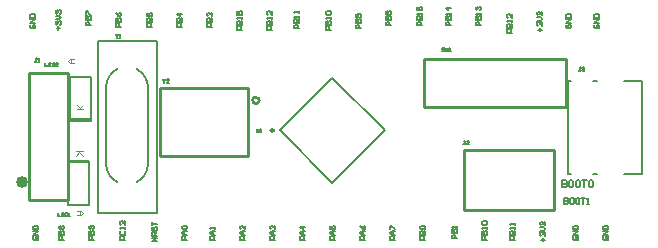
<source format=gto>
G04*
G04 #@! TF.GenerationSoftware,Altium Limited,Altium Designer,22.10.1 (41)*
G04*
G04 Layer_Color=65535*
%FSLAX25Y25*%
%MOIN*%
G70*
G04*
G04 #@! TF.SameCoordinates,E3A0FBDB-8A8B-4B96-B359-3B6F4FC795B9*
G04*
G04*
G04 #@! TF.FilePolarity,Positive*
G04*
G01*
G75*
%ADD10C,0.00984*%
%ADD11C,0.01000*%
%ADD12C,0.00500*%
%ADD13C,0.04000*%
%ADD14C,0.00787*%
%ADD15C,0.00512*%
%ADD16C,0.00591*%
%ADD17C,0.00598*%
%ADD18C,0.00600*%
%ADD19C,0.00400*%
%ADD20R,0.07000X0.01000*%
D10*
X86948Y44000D02*
G03*
X86948Y44000I-492J0D01*
G01*
D11*
X82118Y54000D02*
G03*
X82118Y54000I-1118J0D01*
G01*
X150500Y17500D02*
X180500D01*
Y37500D01*
X150500D02*
X180500D01*
X150500Y17500D02*
Y37500D01*
X137146Y67874D02*
X184390D01*
Y51900D02*
Y67874D01*
X137146Y51900D02*
X184390D01*
X137146D02*
Y67874D01*
X78500Y35500D02*
Y58000D01*
X49000D02*
X78500D01*
X49000Y35500D02*
Y58000D01*
Y35500D02*
X78500D01*
X5400Y23900D02*
Y63000D01*
Y20900D02*
Y23900D01*
Y20900D02*
X18400D01*
Y63000D01*
X5400D02*
X18400D01*
D12*
X41248Y26736D02*
G03*
X45000Y32937I-3248J6201D01*
G01*
X31000D02*
G03*
X34752Y26736I7000J0D01*
G01*
X45000Y58237D02*
G03*
X41248Y64438I-7000J0D01*
G01*
X34752D02*
G03*
X31000Y58237I3248J-6201D01*
G01*
X18500Y19209D02*
Y33825D01*
Y19209D02*
X25500D01*
Y33825D01*
X18500D02*
X25500D01*
X184945Y29449D02*
X185900D01*
X184945Y60551D02*
X185900D01*
X184945Y29449D02*
Y60551D01*
X193200D02*
X194600D01*
X193300Y29449D02*
X194700D01*
X203531Y60551D02*
X209531D01*
X203531Y29449D02*
X209531D01*
Y60551D01*
X30964Y32901D02*
X30964Y58437D01*
X45000Y32937D02*
Y58437D01*
X28400Y73937D02*
X48100D01*
X28400Y16437D02*
Y73937D01*
Y16437D02*
X48100Y16437D01*
Y73937D01*
X26000Y47175D02*
Y61791D01*
X19000D02*
X26000D01*
X19000Y47175D02*
Y61791D01*
Y47175D02*
X26000D01*
D13*
X2900Y26800D02*
D03*
D14*
X88961Y44000D02*
X106500Y61539D01*
X124039Y44000D01*
X106500Y26461D02*
X124039Y44000D01*
X88961D02*
X106500Y26461D01*
D15*
X194012Y79193D02*
X193717Y78897D01*
Y78307D01*
X194012Y78012D01*
X195193D01*
X195488Y78307D01*
Y78897D01*
X195193Y79193D01*
X194603D01*
Y78602D01*
X195488Y79783D02*
X193717D01*
X195488Y80964D01*
X193717D01*
Y81554D02*
X195488D01*
Y82440D01*
X195193Y82735D01*
X194012D01*
X193717Y82440D01*
Y81554D01*
X184512Y79193D02*
X184217Y78897D01*
Y78307D01*
X184512Y78012D01*
X185693D01*
X185988Y78307D01*
Y78897D01*
X185693Y79193D01*
X185103D01*
Y78602D01*
X185988Y79783D02*
X184217D01*
X185988Y80964D01*
X184217D01*
Y81554D02*
X185988D01*
Y82440D01*
X185693Y82735D01*
X184512D01*
X184217Y82440D01*
Y81554D01*
X175603Y77012D02*
Y78193D01*
X175012Y77602D02*
X176193D01*
X175012Y78783D02*
X174717Y79078D01*
Y79668D01*
X175012Y79964D01*
X175308D01*
X175603Y79668D01*
Y79373D01*
Y79668D01*
X175898Y79964D01*
X176193D01*
X176488Y79668D01*
Y79078D01*
X176193Y78783D01*
X174717Y80554D02*
X175898D01*
X176488Y81144D01*
X175898Y81735D01*
X174717D01*
X175012Y82325D02*
X174717Y82620D01*
Y83211D01*
X175012Y83506D01*
X175308D01*
X175603Y83211D01*
Y82915D01*
Y83211D01*
X175898Y83506D01*
X176193D01*
X176488Y83211D01*
Y82620D01*
X176193Y82325D01*
X166488Y76512D02*
X164717D01*
Y77397D01*
X165012Y77693D01*
X165603D01*
X165898Y77397D01*
Y76512D01*
X164717Y78283D02*
X166488D01*
Y79168D01*
X166193Y79464D01*
X165898D01*
X165603Y79168D01*
Y78283D01*
Y79168D01*
X165307Y79464D01*
X165012D01*
X164717Y79168D01*
Y78283D01*
X166488Y80054D02*
Y80644D01*
Y80349D01*
X164717D01*
X165012Y80054D01*
X166488Y82711D02*
Y81530D01*
X165307Y82711D01*
X165012D01*
X164717Y82415D01*
Y81825D01*
X165012Y81530D01*
X155988Y79012D02*
X154217D01*
Y79897D01*
X154512Y80193D01*
X155103D01*
X155398Y79897D01*
Y79012D01*
X154217Y80783D02*
X155988D01*
Y81668D01*
X155693Y81964D01*
X155398D01*
X155103Y81668D01*
Y80783D01*
Y81668D01*
X154807Y81964D01*
X154512D01*
X154217Y81668D01*
Y80783D01*
X155988Y82554D02*
Y83144D01*
Y82849D01*
X154217D01*
X154512Y82554D01*
Y84030D02*
X154217Y84325D01*
Y84915D01*
X154512Y85211D01*
X154807D01*
X155103Y84915D01*
Y84620D01*
Y84915D01*
X155398Y85211D01*
X155693D01*
X155988Y84915D01*
Y84325D01*
X155693Y84030D01*
X145988Y79012D02*
X144217D01*
Y79897D01*
X144512Y80193D01*
X145103D01*
X145398Y79897D01*
Y79012D01*
X144217Y80783D02*
X145988D01*
Y81668D01*
X145693Y81964D01*
X145398D01*
X145103Y81668D01*
Y80783D01*
Y81668D01*
X144808Y81964D01*
X144512D01*
X144217Y81668D01*
Y80783D01*
X145988Y82554D02*
Y83144D01*
Y82849D01*
X144217D01*
X144512Y82554D01*
X145988Y84915D02*
X144217D01*
X145103Y84030D01*
Y85211D01*
X136488Y79012D02*
X134717D01*
Y79897D01*
X135012Y80193D01*
X135603D01*
X135898Y79897D01*
Y79012D01*
X134717Y80783D02*
X136488D01*
Y81668D01*
X136193Y81964D01*
X135898D01*
X135603Y81668D01*
Y80783D01*
Y81668D01*
X135308Y81964D01*
X135012D01*
X134717Y81668D01*
Y80783D01*
X136488Y82554D02*
Y83144D01*
Y82849D01*
X134717D01*
X135012Y82554D01*
X134717Y85211D02*
Y84030D01*
X135603D01*
X135308Y84620D01*
Y84915D01*
X135603Y85211D01*
X136193D01*
X136488Y84915D01*
Y84325D01*
X136193Y84030D01*
X125988Y79012D02*
X124217D01*
Y79897D01*
X124512Y80193D01*
X125103D01*
X125398Y79897D01*
Y79012D01*
X124217Y80783D02*
X125988D01*
Y81668D01*
X125693Y81964D01*
X125398D01*
X125103Y81668D01*
Y80783D01*
Y81668D01*
X124808Y81964D01*
X124512D01*
X124217Y81668D01*
Y80783D01*
X124512Y82554D02*
X124217Y82849D01*
Y83439D01*
X124512Y83735D01*
X124808D01*
X125103Y83439D01*
X125398Y83735D01*
X125693D01*
X125988Y83439D01*
Y82849D01*
X125693Y82554D01*
X125398D01*
X125103Y82849D01*
X124808Y82554D01*
X124512D01*
X125103Y82849D02*
Y83439D01*
X115988Y78012D02*
X114217D01*
Y78897D01*
X114512Y79193D01*
X115103D01*
X115398Y78897D01*
Y78012D01*
X114217Y79783D02*
X115988D01*
Y80668D01*
X115693Y80964D01*
X115398D01*
X115103Y80668D01*
Y79783D01*
Y80668D01*
X114807Y80964D01*
X114512D01*
X114217Y80668D01*
Y79783D01*
X115693Y81554D02*
X115988Y81849D01*
Y82440D01*
X115693Y82735D01*
X114512D01*
X114217Y82440D01*
Y81849D01*
X114512Y81554D01*
X114807D01*
X115103Y81849D01*
Y82735D01*
X105988Y77512D02*
X104217D01*
Y78397D01*
X104512Y78693D01*
X105103D01*
X105398Y78397D01*
Y77512D01*
X104217Y79283D02*
X105988D01*
Y80168D01*
X105693Y80464D01*
X105398D01*
X105103Y80168D01*
Y79283D01*
Y80168D01*
X104807Y80464D01*
X104512D01*
X104217Y80168D01*
Y79283D01*
X105988Y81054D02*
Y81644D01*
Y81349D01*
X104217D01*
X104512Y81054D01*
Y82530D02*
X104217Y82825D01*
Y83415D01*
X104512Y83711D01*
X105693D01*
X105988Y83415D01*
Y82825D01*
X105693Y82530D01*
X104512D01*
X95488Y78012D02*
X93717D01*
Y78897D01*
X94012Y79193D01*
X94603D01*
X94898Y78897D01*
Y78012D01*
X93717Y79783D02*
X95488D01*
Y80668D01*
X95193Y80964D01*
X94898D01*
X94603Y80668D01*
Y79783D01*
Y80668D01*
X94308Y80964D01*
X94012D01*
X93717Y80668D01*
Y79783D01*
X95488Y81554D02*
Y82144D01*
Y81849D01*
X93717D01*
X94012Y81554D01*
X95488Y83030D02*
Y83620D01*
Y83325D01*
X93717D01*
X94012Y83030D01*
X86488Y77512D02*
X84717D01*
Y78397D01*
X85012Y78693D01*
X85603D01*
X85898Y78397D01*
Y77512D01*
X84717Y79283D02*
X86488D01*
Y80168D01*
X86193Y80464D01*
X85898D01*
X85603Y80168D01*
Y79283D01*
Y80168D01*
X85308Y80464D01*
X85012D01*
X84717Y80168D01*
Y79283D01*
X86488Y81054D02*
Y81644D01*
Y81349D01*
X84717D01*
X85012Y81054D01*
X86488Y83711D02*
Y82530D01*
X85308Y83711D01*
X85012D01*
X84717Y83415D01*
Y82825D01*
X85012Y82530D01*
X76488Y77512D02*
X74717D01*
Y78397D01*
X75012Y78693D01*
X75603D01*
X75898Y78397D01*
Y77512D01*
X74717Y79283D02*
X76488D01*
Y80168D01*
X76193Y80464D01*
X75898D01*
X75603Y80168D01*
Y79283D01*
Y80168D01*
X75308Y80464D01*
X75012D01*
X74717Y80168D01*
Y79283D01*
X76488Y81054D02*
Y81644D01*
Y81349D01*
X74717D01*
X75012Y81054D01*
X74717Y83711D02*
Y82530D01*
X75603D01*
X75308Y83120D01*
Y83415D01*
X75603Y83711D01*
X76193D01*
X76488Y83415D01*
Y82825D01*
X76193Y82530D01*
X66488Y78512D02*
X64717D01*
Y79397D01*
X65012Y79693D01*
X65603D01*
X65898Y79397D01*
Y78512D01*
X64717Y80283D02*
X66488D01*
Y81168D01*
X66193Y81464D01*
X65898D01*
X65603Y81168D01*
Y80283D01*
Y81168D01*
X65307Y81464D01*
X65012D01*
X64717Y81168D01*
Y80283D01*
X65012Y82054D02*
X64717Y82349D01*
Y82939D01*
X65012Y83235D01*
X65307D01*
X65603Y82939D01*
Y82644D01*
Y82939D01*
X65898Y83235D01*
X66193D01*
X66488Y82939D01*
Y82349D01*
X66193Y82054D01*
X56488Y78512D02*
X54717D01*
Y79397D01*
X55012Y79693D01*
X55603D01*
X55898Y79397D01*
Y78512D01*
X54717Y80283D02*
X56488D01*
Y81168D01*
X56193Y81464D01*
X55898D01*
X55603Y81168D01*
Y80283D01*
Y81168D01*
X55308Y81464D01*
X55012D01*
X54717Y81168D01*
Y80283D01*
X56488Y82939D02*
X54717D01*
X55603Y82054D01*
Y83235D01*
X46488Y78512D02*
X44717D01*
Y79397D01*
X45012Y79693D01*
X45603D01*
X45898Y79397D01*
Y78512D01*
X44717Y80283D02*
X46488D01*
Y81168D01*
X46193Y81464D01*
X45898D01*
X45603Y81168D01*
Y80283D01*
Y81168D01*
X45307Y81464D01*
X45012D01*
X44717Y81168D01*
Y80283D01*
Y83235D02*
Y82054D01*
X45603D01*
X45307Y82644D01*
Y82939D01*
X45603Y83235D01*
X46193D01*
X46488Y82939D01*
Y82349D01*
X46193Y82054D01*
X35988Y78512D02*
X34217D01*
Y79397D01*
X34512Y79693D01*
X35103D01*
X35398Y79397D01*
Y78512D01*
X34217Y80283D02*
X35988D01*
Y81168D01*
X35693Y81464D01*
X35398D01*
X35103Y81168D01*
Y80283D01*
Y81168D01*
X34808Y81464D01*
X34512D01*
X34217Y81168D01*
Y80283D01*
Y83235D02*
X34512Y82644D01*
X35103Y82054D01*
X35693D01*
X35988Y82349D01*
Y82939D01*
X35693Y83235D01*
X35398D01*
X35103Y82939D01*
Y82054D01*
X25988Y79012D02*
X24217D01*
Y79897D01*
X24512Y80193D01*
X25103D01*
X25398Y79897D01*
Y79012D01*
X24217Y80783D02*
X25988D01*
Y81668D01*
X25693Y81964D01*
X25398D01*
X25103Y81668D01*
Y80783D01*
Y81668D01*
X24807Y81964D01*
X24512D01*
X24217Y81668D01*
Y80783D01*
Y82554D02*
Y83735D01*
X24512D01*
X25693Y82554D01*
X25988D01*
X15103Y77512D02*
Y78693D01*
X14512Y78102D02*
X15693D01*
X14512Y79283D02*
X14217Y79578D01*
Y80168D01*
X14512Y80464D01*
X14807D01*
X15103Y80168D01*
Y79873D01*
Y80168D01*
X15398Y80464D01*
X15693D01*
X15988Y80168D01*
Y79578D01*
X15693Y79283D01*
X14217Y81054D02*
X15398D01*
X15988Y81644D01*
X15398Y82235D01*
X14217D01*
X14512Y82825D02*
X14217Y83120D01*
Y83711D01*
X14512Y84006D01*
X14807D01*
X15103Y83711D01*
Y83415D01*
Y83711D01*
X15398Y84006D01*
X15693D01*
X15988Y83711D01*
Y83120D01*
X15693Y82825D01*
X6012Y79193D02*
X5717Y78897D01*
Y78307D01*
X6012Y78012D01*
X7193D01*
X7488Y78307D01*
Y78897D01*
X7193Y79193D01*
X6603D01*
Y78602D01*
X7488Y79783D02*
X5717D01*
X7488Y80964D01*
X5717D01*
Y81554D02*
X7488D01*
Y82440D01*
X7193Y82735D01*
X6012D01*
X5717Y82440D01*
Y81554D01*
X7012Y8692D02*
X6717Y8397D01*
Y7807D01*
X7012Y7512D01*
X8193D01*
X8488Y7807D01*
Y8397D01*
X8193Y8692D01*
X7603D01*
Y8102D01*
X8488Y9283D02*
X6717D01*
X8488Y10464D01*
X6717D01*
Y11054D02*
X8488D01*
Y11940D01*
X8193Y12235D01*
X7012D01*
X6717Y11940D01*
Y11054D01*
X16988Y7512D02*
X15217D01*
Y8397D01*
X15512Y8692D01*
X16103D01*
X16398Y8397D01*
Y7512D01*
X15217Y9283D02*
X16988D01*
Y10168D01*
X16693Y10464D01*
X16398D01*
X16103Y10168D01*
Y9283D01*
Y10168D01*
X15808Y10464D01*
X15512D01*
X15217Y10168D01*
Y9283D01*
X15512Y11054D02*
X15217Y11349D01*
Y11940D01*
X15512Y12235D01*
X15808D01*
X16103Y11940D01*
X16398Y12235D01*
X16693D01*
X16988Y11940D01*
Y11349D01*
X16693Y11054D01*
X16398D01*
X16103Y11349D01*
X15808Y11054D01*
X15512D01*
X16103Y11349D02*
Y11940D01*
X26988Y7512D02*
X25217D01*
Y8397D01*
X25512Y8692D01*
X26103D01*
X26398Y8397D01*
Y7512D01*
X25217Y9283D02*
X26988D01*
Y10168D01*
X26693Y10464D01*
X26398D01*
X26103Y10168D01*
Y9283D01*
Y10168D01*
X25807Y10464D01*
X25512D01*
X25217Y10168D01*
Y9283D01*
X26693Y11054D02*
X26988Y11349D01*
Y11940D01*
X26693Y12235D01*
X25512D01*
X25217Y11940D01*
Y11349D01*
X25512Y11054D01*
X25807D01*
X26103Y11349D01*
Y12235D01*
X37488Y7512D02*
X35717D01*
Y8397D01*
X36012Y8692D01*
X36603D01*
X36898Y8397D01*
Y7512D01*
X36012Y10464D02*
X35717Y10168D01*
Y9578D01*
X36012Y9283D01*
X37193D01*
X37488Y9578D01*
Y10168D01*
X37193Y10464D01*
X37488Y11054D02*
Y11644D01*
Y11349D01*
X35717D01*
X36012Y11054D01*
Y12530D02*
X35717Y12825D01*
Y13415D01*
X36012Y13711D01*
X36307D01*
X36603Y13415D01*
Y13120D01*
Y13415D01*
X36898Y13711D01*
X37193D01*
X37488Y13415D01*
Y12825D01*
X37193Y12530D01*
X47988Y7012D02*
X46217D01*
X47988Y8192D01*
X46217D01*
X47988Y8783D02*
X46217D01*
Y9668D01*
X46512Y9964D01*
X47103D01*
X47398Y9668D01*
Y8783D01*
Y9373D02*
X47988Y9964D01*
X46512Y11735D02*
X46217Y11440D01*
Y10849D01*
X46512Y10554D01*
X46808D01*
X47103Y10849D01*
Y11440D01*
X47398Y11735D01*
X47693D01*
X47988Y11440D01*
Y10849D01*
X47693Y10554D01*
X46217Y12325D02*
Y13506D01*
Y12915D01*
X47988D01*
X57988Y7512D02*
X56217D01*
Y8397D01*
X56512Y8692D01*
X57103D01*
X57398Y8397D01*
Y7512D01*
X57988Y9283D02*
X56808D01*
X56217Y9873D01*
X56808Y10464D01*
X57988D01*
X57103D01*
Y9283D01*
X56512Y11054D02*
X56217Y11349D01*
Y11940D01*
X56512Y12235D01*
X57693D01*
X57988Y11940D01*
Y11349D01*
X57693Y11054D01*
X56512D01*
X67488Y7512D02*
X65717D01*
Y8397D01*
X66012Y8692D01*
X66603D01*
X66898Y8397D01*
Y7512D01*
X67488Y9283D02*
X66307D01*
X65717Y9873D01*
X66307Y10464D01*
X67488D01*
X66603D01*
Y9283D01*
X67488Y11054D02*
Y11644D01*
Y11349D01*
X65717D01*
X66012Y11054D01*
X77488Y7512D02*
X75717D01*
Y8397D01*
X76012Y8692D01*
X76603D01*
X76898Y8397D01*
Y7512D01*
X77488Y9283D02*
X76307D01*
X75717Y9873D01*
X76307Y10464D01*
X77488D01*
X76603D01*
Y9283D01*
X77488Y12235D02*
Y11054D01*
X76307Y12235D01*
X76012D01*
X75717Y11940D01*
Y11349D01*
X76012Y11054D01*
X87488Y7512D02*
X85717D01*
Y8397D01*
X86012Y8692D01*
X86603D01*
X86898Y8397D01*
Y7512D01*
X87488Y9283D02*
X86308D01*
X85717Y9873D01*
X86308Y10464D01*
X87488D01*
X86603D01*
Y9283D01*
X86012Y11054D02*
X85717Y11349D01*
Y11940D01*
X86012Y12235D01*
X86308D01*
X86603Y11940D01*
Y11644D01*
Y11940D01*
X86898Y12235D01*
X87193D01*
X87488Y11940D01*
Y11349D01*
X87193Y11054D01*
X97488Y7512D02*
X95717D01*
Y8397D01*
X96012Y8692D01*
X96603D01*
X96898Y8397D01*
Y7512D01*
X97488Y9283D02*
X96307D01*
X95717Y9873D01*
X96307Y10464D01*
X97488D01*
X96603D01*
Y9283D01*
X97488Y11940D02*
X95717D01*
X96603Y11054D01*
Y12235D01*
X107488Y7512D02*
X105717D01*
Y8397D01*
X106012Y8692D01*
X106603D01*
X106898Y8397D01*
Y7512D01*
X107488Y9283D02*
X106307D01*
X105717Y9873D01*
X106307Y10464D01*
X107488D01*
X106603D01*
Y9283D01*
X105717Y12235D02*
Y11054D01*
X106603D01*
X106307Y11644D01*
Y11940D01*
X106603Y12235D01*
X107193D01*
X107488Y11940D01*
Y11349D01*
X107193Y11054D01*
X117488Y7512D02*
X115717D01*
Y8397D01*
X116012Y8692D01*
X116603D01*
X116898Y8397D01*
Y7512D01*
X117488Y9283D02*
X116307D01*
X115717Y9873D01*
X116307Y10464D01*
X117488D01*
X116603D01*
Y9283D01*
X115717Y12235D02*
X116012Y11644D01*
X116603Y11054D01*
X117193D01*
X117488Y11349D01*
Y11940D01*
X117193Y12235D01*
X116898D01*
X116603Y11940D01*
Y11054D01*
X127488Y7512D02*
X125717D01*
Y8397D01*
X126012Y8692D01*
X126603D01*
X126898Y8397D01*
Y7512D01*
X127488Y9283D02*
X126307D01*
X125717Y9873D01*
X126307Y10464D01*
X127488D01*
X126603D01*
Y9283D01*
X125717Y11054D02*
Y12235D01*
X126012D01*
X127193Y11054D01*
X127488D01*
X137488Y7512D02*
X135717D01*
Y8397D01*
X136012Y8692D01*
X136603D01*
X136898Y8397D01*
Y7512D01*
X135717Y9283D02*
X137488D01*
Y10168D01*
X137193Y10464D01*
X136898D01*
X136603Y10168D01*
Y9283D01*
Y10168D01*
X136308Y10464D01*
X136012D01*
X135717Y10168D01*
Y9283D01*
X136012Y11054D02*
X135717Y11349D01*
Y11940D01*
X136012Y12235D01*
X137193D01*
X137488Y11940D01*
Y11349D01*
X137193Y11054D01*
X136012D01*
X147988Y8012D02*
X146217D01*
Y8897D01*
X146512Y9193D01*
X147103D01*
X147398Y8897D01*
Y8012D01*
X146217Y9783D02*
X147988D01*
Y10668D01*
X147693Y10964D01*
X147398D01*
X147103Y10668D01*
Y9783D01*
Y10668D01*
X146808Y10964D01*
X146512D01*
X146217Y10668D01*
Y9783D01*
X147988Y11554D02*
Y12144D01*
Y11849D01*
X146217D01*
X146512Y11554D01*
X157988Y7512D02*
X156217D01*
Y8397D01*
X156512Y8692D01*
X157103D01*
X157398Y8397D01*
Y7512D01*
X156217Y9283D02*
X157988D01*
Y10168D01*
X157693Y10464D01*
X157398D01*
X157103Y10168D01*
Y9283D01*
Y10168D01*
X156807Y10464D01*
X156512D01*
X156217Y10168D01*
Y9283D01*
X157988Y11054D02*
Y11644D01*
Y11349D01*
X156217D01*
X156512Y11054D01*
Y12530D02*
X156217Y12825D01*
Y13415D01*
X156512Y13711D01*
X157693D01*
X157988Y13415D01*
Y12825D01*
X157693Y12530D01*
X156512D01*
X167488Y7512D02*
X165717D01*
Y8397D01*
X166012Y8692D01*
X166603D01*
X166898Y8397D01*
Y7512D01*
X165717Y9283D02*
X167488D01*
Y10168D01*
X167193Y10464D01*
X166898D01*
X166603Y10168D01*
Y9283D01*
Y10168D01*
X166307Y10464D01*
X166012D01*
X165717Y10168D01*
Y9283D01*
X167488Y11054D02*
Y11644D01*
Y11349D01*
X165717D01*
X166012Y11054D01*
X167488Y12530D02*
Y13120D01*
Y12825D01*
X165717D01*
X166012Y12530D01*
X176603Y7012D02*
Y8192D01*
X176012Y7602D02*
X177193D01*
X176012Y8783D02*
X175717Y9078D01*
Y9668D01*
X176012Y9964D01*
X176307D01*
X176603Y9668D01*
Y9373D01*
Y9668D01*
X176898Y9964D01*
X177193D01*
X177488Y9668D01*
Y9078D01*
X177193Y8783D01*
X175717Y10554D02*
X176898D01*
X177488Y11144D01*
X176898Y11735D01*
X175717D01*
X176012Y12325D02*
X175717Y12620D01*
Y13211D01*
X176012Y13506D01*
X176307D01*
X176603Y13211D01*
Y12915D01*
Y13211D01*
X176898Y13506D01*
X177193D01*
X177488Y13211D01*
Y12620D01*
X177193Y12325D01*
X187012Y8692D02*
X186717Y8397D01*
Y7807D01*
X187012Y7512D01*
X188193D01*
X188488Y7807D01*
Y8397D01*
X188193Y8692D01*
X187603D01*
Y8102D01*
X188488Y9283D02*
X186717D01*
X188488Y10464D01*
X186717D01*
Y11054D02*
X188488D01*
Y11940D01*
X188193Y12235D01*
X187012D01*
X186717Y11940D01*
Y11054D01*
X197012Y8692D02*
X196717Y8397D01*
Y7807D01*
X197012Y7512D01*
X198193D01*
X198488Y7807D01*
Y8397D01*
X198193Y8692D01*
X197603D01*
Y8102D01*
X198488Y9283D02*
X196717D01*
X198488Y10464D01*
X196717D01*
Y11054D02*
X198488D01*
Y11940D01*
X198193Y12235D01*
X197012D01*
X196717Y11940D01*
Y11054D01*
D16*
X183590Y21558D02*
Y19590D01*
X184574D01*
X184902Y19918D01*
Y20246D01*
X184574Y20574D01*
X183590D01*
X184574D01*
X184902Y20902D01*
Y21230D01*
X184574Y21558D01*
X183590D01*
X186542D02*
X185886D01*
X185558Y21230D01*
Y19918D01*
X185886Y19590D01*
X186542D01*
X186870Y19918D01*
Y21230D01*
X186542Y21558D01*
X188510D02*
X187854D01*
X187526Y21230D01*
Y19918D01*
X187854Y19590D01*
X188510D01*
X188838Y19918D01*
Y21230D01*
X188510Y21558D01*
X189494D02*
X190806D01*
X190150D01*
Y19590D01*
X191462D02*
X192118D01*
X191790D01*
Y21558D01*
X191462Y21230D01*
D17*
X183098Y27310D02*
Y25098D01*
X184204D01*
X184573Y25467D01*
Y25836D01*
X184204Y26204D01*
X183098D01*
X184204D01*
X184573Y26573D01*
Y26942D01*
X184204Y27310D01*
X183098D01*
X186416D02*
X185679D01*
X185310Y26942D01*
Y25467D01*
X185679Y25098D01*
X186416D01*
X186785Y25467D01*
Y26942D01*
X186416Y27310D01*
X188628D02*
X187891D01*
X187522Y26942D01*
Y25467D01*
X187891Y25098D01*
X188628D01*
X188997Y25467D01*
Y26942D01*
X188628Y27310D01*
X189734D02*
X191209D01*
X190471D01*
Y25098D01*
X191946Y26942D02*
X192315Y27310D01*
X193052D01*
X193421Y26942D01*
Y25467D01*
X193052Y25098D01*
X192315D01*
X191946Y25467D01*
Y26942D01*
D18*
X15032Y16590D02*
Y15410D01*
X15819D01*
X17000Y16590D02*
X16213D01*
Y15410D01*
X17000D01*
X16213Y16000D02*
X16606D01*
X17394Y16590D02*
Y15410D01*
X17984D01*
X18181Y15606D01*
Y16394D01*
X17984Y16590D01*
X17394D01*
X18574Y15410D02*
X18968D01*
X18771D01*
Y16590D01*
X18574Y16394D01*
X189303Y65090D02*
X188910D01*
X189106D01*
Y64106D01*
X188910Y63910D01*
X188713D01*
X188516Y64106D01*
X189697Y64894D02*
X189894Y65090D01*
X190287D01*
X190484Y64894D01*
Y64697D01*
X190287Y64500D01*
X190090D01*
X190287D01*
X190484Y64303D01*
Y64106D01*
X190287Y63910D01*
X189894D01*
X189697Y64106D01*
X150803Y40590D02*
X150410D01*
X150606D01*
Y39606D01*
X150410Y39410D01*
X150213D01*
X150016Y39606D01*
X151984Y39410D02*
X151197D01*
X151984Y40197D01*
Y40394D01*
X151787Y40590D01*
X151394D01*
X151197Y40394D01*
X143910Y71394D02*
X143713Y71590D01*
X143319D01*
X143122Y71394D01*
Y71197D01*
X143319Y71000D01*
X143713D01*
X143910Y70803D01*
Y70606D01*
X143713Y70410D01*
X143319D01*
X143122Y70606D01*
X144303Y71590D02*
Y70410D01*
X144697Y70803D01*
X145090Y70410D01*
Y71590D01*
X145484Y70410D02*
X145878D01*
X145681D01*
Y71590D01*
X145484Y71394D01*
X81213Y44590D02*
Y43606D01*
X81410Y43410D01*
X81803D01*
X82000Y43606D01*
Y44590D01*
X82394Y43410D02*
X82787D01*
X82590D01*
Y44590D01*
X82394Y44394D01*
X50016Y61090D02*
Y60894D01*
X50410Y60500D01*
X50803Y60894D01*
Y61090D01*
X50410Y60500D02*
Y59910D01*
X51984D02*
X51197D01*
X51984Y60697D01*
Y60894D01*
X51787Y61090D01*
X51394D01*
X51197Y60894D01*
X34213Y76090D02*
Y75894D01*
X34606Y75500D01*
X35000Y75894D01*
Y76090D01*
X34606Y75500D02*
Y74910D01*
X35394D02*
X35787D01*
X35590D01*
Y76090D01*
X35394Y75894D01*
X10835Y66590D02*
Y65410D01*
X11622D01*
X12803Y66590D02*
X12016D01*
Y65410D01*
X12803D01*
X12016Y66000D02*
X12410D01*
X13197Y66590D02*
Y65410D01*
X13787D01*
X13984Y65606D01*
Y66394D01*
X13787Y66590D01*
X13197D01*
X15165Y65410D02*
X14378D01*
X15165Y66197D01*
Y66394D01*
X14968Y66590D01*
X14574D01*
X14378Y66394D01*
X8000Y68090D02*
X7606D01*
X7803D01*
Y67106D01*
X7606Y66910D01*
X7410D01*
X7213Y67106D01*
X8394Y66910D02*
X8787D01*
X8590D01*
Y68090D01*
X8394Y67894D01*
D19*
X23199Y37000D02*
X21000D01*
X21733D01*
X23199Y35534D01*
X22100Y36633D01*
X21000Y35534D01*
X21500Y17000D02*
X22833D01*
X23499Y16333D01*
X22833Y15667D01*
X21500D01*
X22500D01*
Y17000D01*
X21301Y51000D02*
X23500D01*
X22767D01*
X21301Y52466D01*
X22400Y51367D01*
X23500Y52466D01*
X20500Y66500D02*
X19167D01*
X18501Y67166D01*
X19167Y67833D01*
X20500D01*
X19500D01*
Y66500D01*
D20*
X22000Y33325D02*
D03*
X22500Y47675D02*
D03*
M02*

</source>
